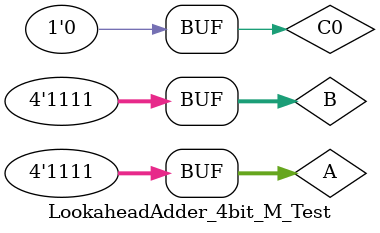
<source format=v>
`timescale 1ns / 1ps


module LookaheadAdder_4bit_M_Test;
	reg [3:0] A;
	reg [3:0] B;
	reg C0;
	wire C4;
	wire [3:0] F;
	
	LookaheadAdder_4bit_M uut (.A(A),.B(B),.C0(C0),.C4(C4),.F(F));

	initial begin
		A = 4'b0100;B = 4'b0011;C0 = 0;#100;//F=0111,C4=0
		A = 4'b1010;B = 4'b0101;C0 = 0;#100;//F=1111,C4=0
		A = 4'b0011;B = 4'b0010;C0 = 0;#100;//F=0101,C4=0
		A = 4'b1100;B = 4'b0111;C0 = 0;#100;//F=0011,C4=1
		A = 4'b1111;B = 4'b1111;C0 = 0;#100;//F=1110,C4=1
		A = 4'b0100;B = 4'b0011;C0 = 1;#100;//F=1110,C4=0
		A = 4'b1010;B = 4'b0101;C0 = 1;#100;//F=1110,C4=1
		A = 4'b0011;B = 4'b0010;C0 = 0;#100;//F=0110,C4=0
		A = 4'b1100;B = 4'b0111;C0 = 0;#100;//F=0110,C4=1
		A = 4'b1111;B = 4'b1111;C0 = 0;#100;//F=1111,C4=1
	end
endmodule


</source>
